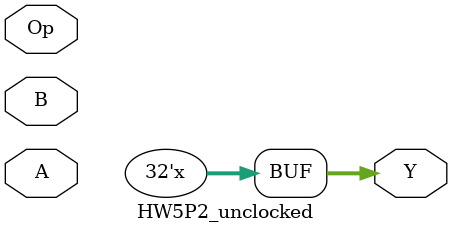
<source format=v>
/*
 * Write a VHDL or Verilog model for a 32-bit, arithmetic logic unit (ALU). 
 * Develop both a clocked (register the inputs and outputs) and unclocked version of the ALU.
 * A and B are 32-bit inputs to the ALU, and Y is the output. 
 * A shift operation follows the arithmetic and logical operation.
 *
 * This is the unclocked version of the ALU
 */

module HW5P2_unclocked (
	input  [31:0] A, 		// Input < as per Q> bit A to ALU
	input  [31:0] B,		//  Input < as per Q> bit B to ALU
	input  [5:0]  Op,		//  Input ALU Opcodes
	output reg [31:0] Y		//  <as per Q> bit output of ALU 
 );


// Define ALU_OUT reg 
reg [31:0] ALU_OUT;


// Set initial values
initial
begin
	Y = 32'bz;
	ALU_OUT = 32'b0;
end


always @*
begin
	case(Op) // Lookup Table
		6'b000xxx: ALU_OUT = A;
		6'b001xxx: ALU_OUT = A + B;
		6'b010xxx: ALU_OUT = A - B;
		6'b011xxx: ALU_OUT = A & B;
		6'b100xxx: ALU_OUT = A | B;
		6'b101xxx: ALU_OUT = A + 1;
		6'b110xxx: ALU_OUT = A - 1;
		6'b111xxx: ALU_OUT = B;
		
		6'bxxxx00: Y = ALU_OUT;
		6'bxxxx01: Y = ALU_OUT << 1;
		6'bxxxx10: Y = ALU_OUT >> 1;
		6'bxxxx11: Y = 32'b0;

		default: ; // If Opscode invalid, ignore
	endcase

end

endmodule 
</source>
